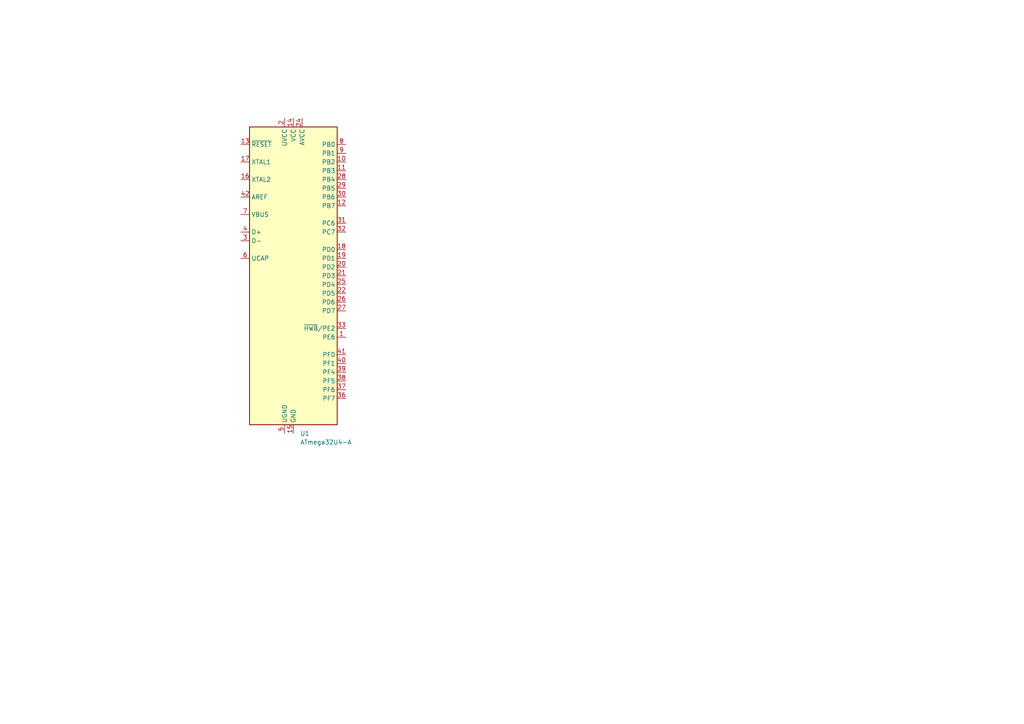
<source format=kicad_sch>
(kicad_sch (version 20230121) (generator eeschema)
  (paper "A4")
  (lib_symbols
    (symbol "MCU_Microchip_ATmega:ATmega32U4-A"
      (property "Reference" "U" (at -12.7 44.45 0))
      (property "Value" "ATmega32U4-A" (at 2.54 -44.45 0))
      (symbol "ATmega32U4-A_0_1"
        (rectangle (start -12.7 -43.18) (end 12.7 43.18) (stroke (width 0.254)) (fill (type background)))
      )
      (symbol "ATmega32U4-A_1_1"
        (pin bidirectional line (at 15.24 -17.78 180) (length 2.54) (name "PE6") (number "1"))
        (pin bidirectional line (at 15.24 33.02 180) (length 2.54) (name "PB2") (number "10"))
        (pin bidirectional line (at 15.24 30.48 180) (length 2.54) (name "PB3") (number "11"))
        (pin bidirectional line (at 15.24 20.32 180) (length 2.54) (name "PB7") (number "12"))
        (pin input line (at -15.24 38.1 0) (length 2.54) (name "~{RESET}") (number "13"))
        (pin power_in line (at 0 45.72 270) (length 2.54) (name "VCC") (number "14"))
        (pin power_in line (at 0 -45.72 90) (length 2.54) (name "GND") (number "15"))
        (pin output line (at -15.24 27.94 0) (length 2.54) (name "XTAL2") (number "16"))
        (pin input line (at -15.24 33.02 0) (length 2.54) (name "XTAL1") (number "17"))
        (pin bidirectional line (at 15.24 7.62 180) (length 2.54) (name "PD0") (number "18"))
        (pin bidirectional line (at 15.24 5.08 180) (length 2.54) (name "PD1") (number "19"))
        (pin power_in line (at -2.54 45.72 270) (length 2.54) (name "UVCC") (number "2"))
        (pin bidirectional line (at 15.24 2.54 180) (length 2.54) (name "PD2") (number "20"))
        (pin bidirectional line (at 15.24 0 180) (length 2.54) (name "PD3") (number "21"))
        (pin bidirectional line (at 15.24 -5.08 180) (length 2.54) (name "PD5") (number "22"))
        (pin passive line (at 0 -45.72 90) (length 2.54) hide (name "GND") (number "23"))
        (pin power_in line (at 2.54 45.72 270) (length 2.54) (name "AVCC") (number "24"))
        (pin bidirectional line (at 15.24 -2.54 180) (length 2.54) (name "PD4") (number "25"))
        (pin bidirectional line (at 15.24 -7.62 180) (length 2.54) (name "PD6") (number "26"))
        (pin bidirectional line (at 15.24 -10.16 180) (length 2.54) (name "PD7") (number "27"))
        (pin bidirectional line (at 15.24 27.94 180) (length 2.54) (name "PB4") (number "28"))
        (pin bidirectional line (at 15.24 25.4 180) (length 2.54) (name "PB5") (number "29"))
        (pin bidirectional line (at -15.24 10.16 0) (length 2.54) (name "D-") (number "3"))
        (pin bidirectional line (at 15.24 22.86 180) (length 2.54) (name "PB6") (number "30"))
        (pin bidirectional line (at 15.24 15.24 180) (length 2.54) (name "PC6") (number "31"))
        (pin bidirectional line (at 15.24 12.7 180) (length 2.54) (name "PC7") (number "32"))
        (pin bidirectional line (at 15.24 -15.24 180) (length 2.54) (name "~{HWB}/PE2") (number "33"))
        (pin passive line (at 0 45.72 270) (length 2.54) hide (name "VCC") (number "34"))
        (pin passive line (at 0 -45.72 90) (length 2.54) hide (name "GND") (number "35"))
        (pin bidirectional line (at 15.24 -35.56 180) (length 2.54) (name "PF7") (number "36"))
        (pin bidirectional line (at 15.24 -33.02 180) (length 2.54) (name "PF6") (number "37"))
        (pin bidirectional line (at 15.24 -30.48 180) (length 2.54) (name "PF5") (number "38"))
        (pin bidirectional line (at 15.24 -27.94 180) (length 2.54) (name "PF4") (number "39"))
        (pin bidirectional line (at -15.24 12.7 0) (length 2.54) (name "D+") (number "4"))
        (pin bidirectional line (at 15.24 -25.4 180) (length 2.54) (name "PF1") (number "40"))
        (pin bidirectional line (at 15.24 -22.86 180) (length 2.54) (name "PF0") (number "41"))
        (pin passive line (at -15.24 22.86 0) (length 2.54) (name "AREF") (number "42"))
        (pin passive line (at 0 -45.72 90) (length 2.54) hide (name "GND") (number "43"))
        (pin passive line (at 2.54 45.72 270) (length 2.54) hide (name "AVCC") (number "44"))
        (pin passive line (at -2.54 -45.72 90) (length 2.54) (name "UGND") (number "5"))
        (pin passive line (at -15.24 5.08 0) (length 2.54) (name "UCAP") (number "6"))
        (pin input line (at -15.24 17.78 0) (length 2.54) (name "VBUS") (number "7"))
        (pin bidirectional line (at 15.24 38.1 180) (length 2.54) (name "PB0") (number "8"))
        (pin bidirectional line (at 15.24 35.56 180) (length 2.54) (name "PB1") (number "9"))
      )
    )
  )
  (symbol (lib_id "MCU_Microchip_ATmega:ATmega32U4-A") (at 85.09 80.01 0) (unit 1)
    (property "Reference" "U1" (at 87.0459 125.73 0) (effects (justify left)))
    (property "Value" "ATmega32U4-A" (at 87.0459 128.27 0) (effects (justify left)))
    (property "Footprint" "Package_QFP:TQFP-44_10x10mm_P0.8mm" (effects hide))
    (property "Datasheet" "http://ww1.microchip.com/downloads/en/DeviceDoc/Atmel-7766-8-bit-AVR-ATmega16U4-32U4_Datasheet.pdf" (effects hide))
  )
)
</source>
